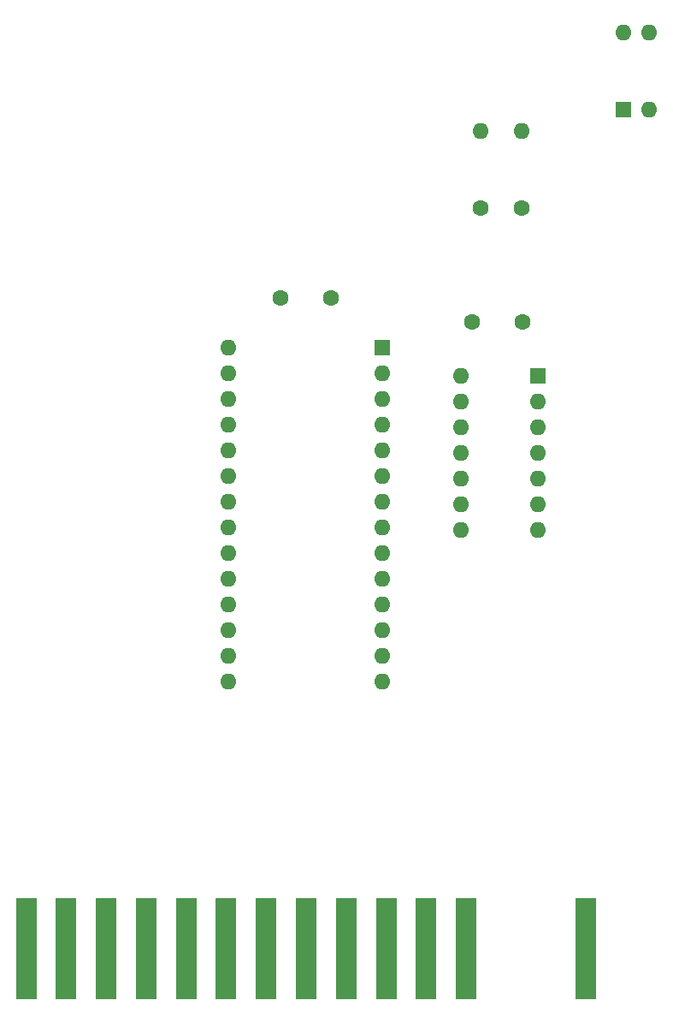
<source format=gbr>
G04 #@! TF.GenerationSoftware,KiCad,Pcbnew,7.0.10*
G04 #@! TF.CreationDate,2024-03-01T16:35:14+01:00*
G04 #@! TF.ProjectId,multicartridge-w27c512,6d756c74-6963-4617-9274-72696467652d,rev?*
G04 #@! TF.SameCoordinates,Original*
G04 #@! TF.FileFunction,Soldermask,Top*
G04 #@! TF.FilePolarity,Negative*
%FSLAX46Y46*%
G04 Gerber Fmt 4.6, Leading zero omitted, Abs format (unit mm)*
G04 Created by KiCad (PCBNEW 7.0.10) date 2024-03-01 16:35:14*
%MOMM*%
%LPD*%
G01*
G04 APERTURE LIST*
%ADD10R,1.600000X1.600000*%
%ADD11O,1.600000X1.600000*%
%ADD12C,1.600000*%
%ADD13R,2.000000X10.000000*%
G04 APERTURE END LIST*
D10*
X114607000Y-56145000D03*
D11*
X117147000Y-56145000D03*
X117147000Y-48525000D03*
X114607000Y-48525000D03*
D10*
X106147000Y-82477000D03*
D11*
X106147000Y-85017000D03*
X106147000Y-87557000D03*
X106147000Y-90097000D03*
X106147000Y-92637000D03*
X106147000Y-95177000D03*
X106147000Y-97717000D03*
X98527000Y-97717000D03*
X98527000Y-95177000D03*
X98527000Y-92637000D03*
X98527000Y-90097000D03*
X98527000Y-87557000D03*
X98527000Y-85017000D03*
X98527000Y-82477000D03*
D12*
X99647000Y-77143000D03*
X104647000Y-77143000D03*
X85685000Y-74785000D03*
X80685000Y-74785000D03*
D13*
X55465000Y-139192000D03*
X59425000Y-139192000D03*
X63385000Y-139192000D03*
X67345000Y-139192000D03*
X71305000Y-139192000D03*
X75265000Y-139192000D03*
X79225000Y-139192000D03*
X83185000Y-139192000D03*
X87145000Y-139192000D03*
X91105000Y-139192000D03*
X95065000Y-139192000D03*
X99025000Y-139192000D03*
X110905000Y-139192000D03*
D12*
X100457000Y-65955000D03*
D11*
X100457000Y-58335000D03*
D12*
X104507000Y-65955000D03*
D11*
X104507000Y-58335000D03*
D10*
X90747000Y-79745000D03*
D11*
X90747000Y-82285000D03*
X90747000Y-84825000D03*
X90747000Y-87365000D03*
X90747000Y-89905000D03*
X90747000Y-92445000D03*
X90747000Y-94985000D03*
X90747000Y-97525000D03*
X90747000Y-100065000D03*
X90747000Y-102605000D03*
X90747000Y-105145000D03*
X90747000Y-107685000D03*
X90747000Y-110225000D03*
X90747000Y-112765000D03*
X75507000Y-112765000D03*
X75507000Y-110225000D03*
X75507000Y-107685000D03*
X75507000Y-105145000D03*
X75507000Y-102605000D03*
X75507000Y-100065000D03*
X75507000Y-97525000D03*
X75507000Y-94985000D03*
X75507000Y-92445000D03*
X75507000Y-89905000D03*
X75507000Y-87365000D03*
X75507000Y-84825000D03*
X75507000Y-82285000D03*
X75507000Y-79745000D03*
M02*

</source>
